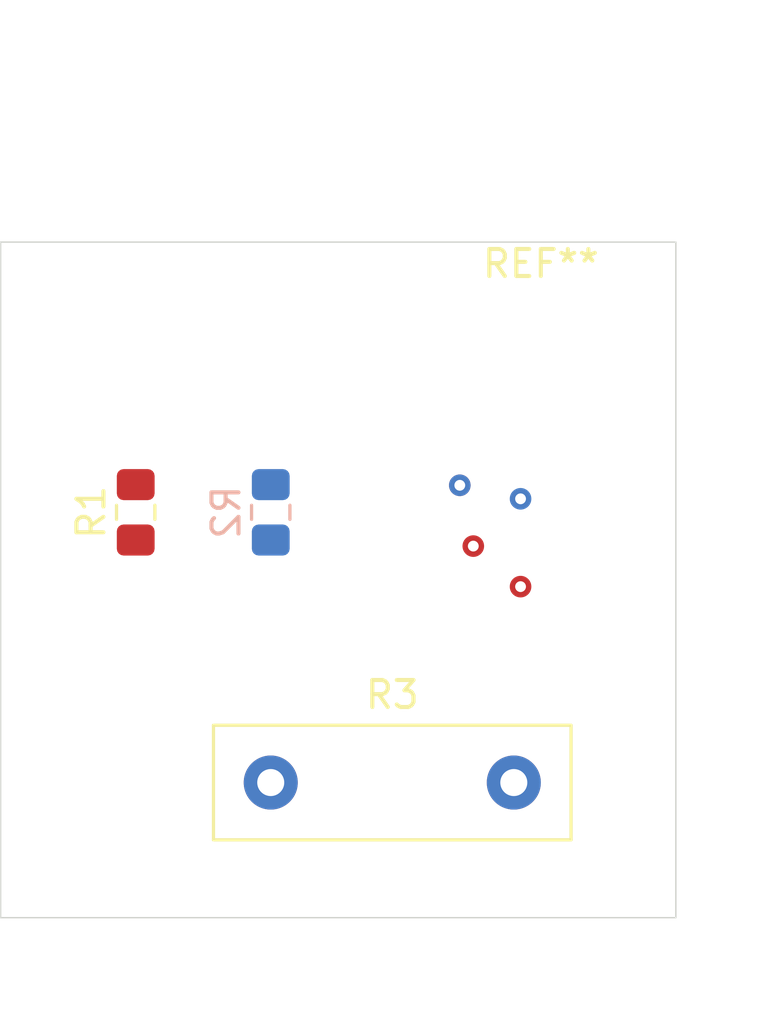
<source format=kicad_pcb>
(kicad_pcb (version 20221018) (generator pcbnew)
  (layers (0 "F.Cu" signal) (1 "In1.Cu" signal "El1") (2 "In2.Cu" signal) (31 "B.Cu" signal) (34 "B.Paste" user) (35 "F.Paste" user) (36 "B.SilkS" user "B.Silkscreen") (37 "F.SilkS" user "F.Silkscreen") (38 "B.Mask" user) (39 "F.Mask" user) (44 "Edge.Cuts" user))
  (net 0 "")
  (footprint "Resistor_SMD:R_0805_2012Metric_Pad1.15x1.40mm_HandSolder" (layer "F.Cu") (at 105 35 90)
    (fp_text reference "R1" (at 0 -1.65 90) (layer "F.SilkS"))
    (fp_text value "R_0805_2012Metric_Pad1.15x1.40mm_HandSolder")
    (fp_line (start -0.261252 -0.71) (end 0.261252 -0.71) (stroke (width 0.12)) (layer "F.SilkS"))
    (fp_line (start -0.261252 0.71) (end 0.261252 0.71) (stroke (width 0.12)) (layer "F.SilkS"))
    (pad "1" smd roundrect (at -1.025 0 90) (size 1.15 1.4) (layers "F.Cu" "F.Paste" "F.Mask") (roundrect_rratio 0.217391))
    (pad "2" smd roundrect (at 1.025 0 90) (size 1.15 1.4) (layers "F.Cu" "F.Paste" "F.Mask") (roundrect_rratio 0.217391))
  )
  (footprint "Resistor_THT:R_Box_L13.0mm_W4.0mm_P9.00mm" (layer "F.Cu") (at 110 45)
    (fp_text reference "R3" (at 4.5 -3.25) (layer "F.SilkS"))
    (fp_text value "R_Box_L13.0mm_W4.0mm_P9.00mm")
    (fp_line (start -2.12 -2.12) (end -2.12 2.12) (stroke (width 0.12)) (layer "F.SilkS"))
    (fp_line (start -2.12 -2.12) (end 11.12 -2.12) (stroke (width 0.12)) (layer "F.SilkS"))
    (fp_line (start -2.12 2.12) (end 11.12 2.12) (stroke (width 0.12)) (layer "F.SilkS"))
    (fp_line (start 11.12 -2.12) (end 11.12 2.12) (stroke (width 0.12)) (layer "F.SilkS"))
    (pad "1" thru_hole circle (at 0 0) (size 2 2) (drill 1) (layers "*.Cu" "*.Mask"))
    (pad "2" thru_hole circle (at 9 0) (size 2 2) (drill 1) (layers "*.Cu" "*.Mask"))
  )
  (footprint "MountingHole:MountingHole_2.1mm" (layer "F.Cu") (at 120 29)
    (fp_text reference "REF**" (at 0 -3.2) (layer "F.SilkS"))
    (fp_text value "MountingHole_2.1mm")
    (pad "" np_thru_hole circle (at 0 0) (size 2.1 2.1) (drill 2.1) (layers "*.Cu" "*.Mask"))
  )
  (footprint "Resistor_SMD:R_0805_2012Metric_Pad1.15x1.40mm_HandSolder" (layer "B.Cu") (at 110 35 -90)
    (fp_text reference "R2" (at 0 1.65 -90) (layer "B.SilkS") (effects (justify mirror)))
    (fp_text value "R_0805_2012Metric_Pad1.15x1.40mm_HandSolder")
    (fp_line (start -0.261252 -0.71) (end 0.261252 -0.71) (stroke (width 0.12)) (layer "B.SilkS"))
    (fp_line (start -0.261252 0.71) (end 0.261252 0.71) (stroke (width 0.12)) (layer "B.SilkS"))
    (pad "1" smd roundrect (at -1.025 0 270) (size 1.15 1.4) (layers "B.Cu" "B.Paste" "B.Mask") (roundrect_rratio 0.217391))
    (pad "2" smd roundrect (at 1.025 0 270) (size 1.15 1.4) (layers "B.Cu" "B.Paste" "B.Mask") (roundrect_rratio 0.217391))
  )
  (gr_line (start 100 25) (end 100 50) (stroke (width 0.05)) (layer "Edge.Cuts"))
  (gr_line (start 125 25) (end 125 50) (stroke (width 0.05)) (layer "Edge.Cuts"))
  (gr_line (start 100 25) (end 125 25) (stroke (width 0.05)) (layer "Edge.Cuts"))
  (gr_line (start 100 50) (end 125 50) (stroke (width 0.05)) (layer "Edge.Cuts"))
  (via (at 117 34) (size 0.8) (drill 0.4) (layers "F.Cu" "B.Cu") (net 0))
  (via blind (at 119.25 37.75) (size 0.8) (drill 0.4) (layers "F.Cu" "In1.Cu") (net 0))
  (via blind (at 117.5 36.25) (size 0.8) (drill 0.4) (layers "F.Cu" "In2.Cu") (net 0))
  (via blind (at 119.25 34.5) (size 0.8) (drill 0.4) (layers "In2.Cu" "B.Cu") (net 0))
)
</source>
